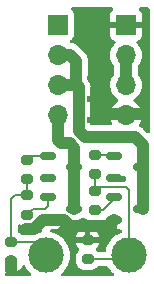
<source format=gbr>
%TF.GenerationSoftware,KiCad,Pcbnew,7.0.11*%
%TF.CreationDate,2025-12-11T10:01:47-05:00*%
%TF.ProjectId,clock_hbridge_fix,636c6f63-6b5f-4686-9272-696467655f66,rev?*%
%TF.SameCoordinates,Original*%
%TF.FileFunction,Copper,L1,Top*%
%TF.FilePolarity,Positive*%
%FSLAX46Y46*%
G04 Gerber Fmt 4.6, Leading zero omitted, Abs format (unit mm)*
G04 Created by KiCad (PCBNEW 7.0.11) date 2025-12-11 10:01:47*
%MOMM*%
%LPD*%
G01*
G04 APERTURE LIST*
G04 Aperture macros list*
%AMRoundRect*
0 Rectangle with rounded corners*
0 $1 Rounding radius*
0 $2 $3 $4 $5 $6 $7 $8 $9 X,Y pos of 4 corners*
0 Add a 4 corners polygon primitive as box body*
4,1,4,$2,$3,$4,$5,$6,$7,$8,$9,$2,$3,0*
0 Add four circle primitives for the rounded corners*
1,1,$1+$1,$2,$3*
1,1,$1+$1,$4,$5*
1,1,$1+$1,$6,$7*
1,1,$1+$1,$8,$9*
0 Add four rect primitives between the rounded corners*
20,1,$1+$1,$2,$3,$4,$5,0*
20,1,$1+$1,$4,$5,$6,$7,0*
20,1,$1+$1,$6,$7,$8,$9,0*
20,1,$1+$1,$8,$9,$2,$3,0*%
G04 Aperture macros list end*
%TA.AperFunction,SMDPad,CuDef*%
%ADD10RoundRect,0.200000X0.275000X-0.200000X0.275000X0.200000X-0.275000X0.200000X-0.275000X-0.200000X0*%
%TD*%
%TA.AperFunction,SMDPad,CuDef*%
%ADD11C,3.000000*%
%TD*%
%TA.AperFunction,ComponentPad*%
%ADD12R,1.700000X1.700000*%
%TD*%
%TA.AperFunction,ComponentPad*%
%ADD13O,1.700000X1.700000*%
%TD*%
%TA.AperFunction,SMDPad,CuDef*%
%ADD14RoundRect,0.200000X-0.275000X0.200000X-0.275000X-0.200000X0.275000X-0.200000X0.275000X0.200000X0*%
%TD*%
%TA.AperFunction,SMDPad,CuDef*%
%ADD15RoundRect,0.150000X-0.512500X-0.150000X0.512500X-0.150000X0.512500X0.150000X-0.512500X0.150000X0*%
%TD*%
%TA.AperFunction,ViaPad*%
%ADD16C,0.600000*%
%TD*%
%TA.AperFunction,Conductor*%
%ADD17C,1.000000*%
%TD*%
%TA.AperFunction,Conductor*%
%ADD18C,0.200000*%
%TD*%
G04 APERTURE END LIST*
D10*
%TO.P,R5,1*%
%TO.N,Net-(Q4-B)*%
X19387500Y-34550000D03*
%TO.P,R5,2*%
%TO.N,HBRIDGE_B*%
X19387500Y-32900000D03*
%TD*%
D11*
%TO.P,TP2,1,1*%
%TO.N,HBRIDGE_B*%
X21000000Y-38000000D03*
%TD*%
%TO.P,TP1,1,1*%
%TO.N,HBRIDGE_A*%
X28000000Y-38000000D03*
%TD*%
D12*
%TO.P,J2,1,Pin_1*%
%TO.N,-BATT*%
X22000000Y-18460000D03*
D13*
%TO.P,J2,2,Pin_2*%
%TO.N,+BATT*%
X22000000Y-21000000D03*
%TO.P,J2,3,Pin_3*%
X22000000Y-23540000D03*
%TO.P,J2,4,Pin_4*%
%TO.N,-BATT*%
X22000000Y-26080000D03*
%TD*%
D12*
%TO.P,J1,1,Pin_1*%
%TO.N,GND*%
X27750000Y-18500000D03*
D13*
%TO.P,J1,2,Pin_2*%
%TO.N,+2V5*%
X27750000Y-21040000D03*
%TO.P,J1,3,Pin_3*%
X27750000Y-23580000D03*
%TO.P,J1,4,Pin_4*%
%TO.N,GND*%
X27750000Y-26120000D03*
%TD*%
D14*
%TO.P,R6,1*%
%TO.N,HBRIDGE_B*%
X18000000Y-36850000D03*
%TO.P,R6,2*%
%TO.N,GND*%
X18000000Y-38500000D03*
%TD*%
%TO.P,R4,1*%
%TO.N,Net-(Q3-B)*%
X19387500Y-29900000D03*
%TO.P,R4,2*%
%TO.N,HBRIDGE_B*%
X19387500Y-31550000D03*
%TD*%
%TO.P,R3,1*%
%TO.N,HBRIDGE_A*%
X25100000Y-32550000D03*
%TO.P,R3,2*%
%TO.N,Net-(Q2-B)*%
X25100000Y-34200000D03*
%TD*%
D10*
%TO.P,R2,1*%
%TO.N,HBRIDGE_A*%
X25100000Y-31125000D03*
%TO.P,R2,2*%
%TO.N,Net-(Q1-B)*%
X25100000Y-29475000D03*
%TD*%
%TO.P,R1,1*%
%TO.N,HBRIDGE_A*%
X24500000Y-38325000D03*
%TO.P,R1,2*%
%TO.N,GND*%
X24500000Y-36675000D03*
%TD*%
D15*
%TO.P,Q4,3,C*%
%TO.N,-BATT*%
X23387500Y-34050000D03*
%TO.P,Q4,2,E*%
%TO.N,GND*%
X21112500Y-35000000D03*
%TO.P,Q4,1,B*%
%TO.N,Net-(Q4-B)*%
X21112500Y-33100000D03*
%TD*%
%TO.P,Q3,1,B*%
%TO.N,Net-(Q3-B)*%
X21112500Y-29550000D03*
%TO.P,Q3,2,E*%
%TO.N,+2V5*%
X21112500Y-31450000D03*
%TO.P,Q3,3,C*%
%TO.N,-BATT*%
X23387500Y-30500000D03*
%TD*%
%TO.P,Q2,1,B*%
%TO.N,Net-(Q2-B)*%
X26750000Y-33100000D03*
%TO.P,Q2,2,E*%
%TO.N,GND*%
X26750000Y-35000000D03*
%TO.P,Q2,3,C*%
%TO.N,+BATT*%
X29025000Y-34050000D03*
%TD*%
%TO.P,Q1,1,B*%
%TO.N,Net-(Q1-B)*%
X26750000Y-29550000D03*
%TO.P,Q1,2,E*%
%TO.N,+2V5*%
X26750000Y-31450000D03*
%TO.P,Q1,3,C*%
%TO.N,+BATT*%
X29025000Y-30500000D03*
%TD*%
D16*
%TO.N,GND*%
X25000000Y-23000000D03*
X24750000Y-26500000D03*
X24750000Y-24750000D03*
X18000000Y-39250000D03*
X19250000Y-35750000D03*
X25250000Y-35250000D03*
X23000000Y-35500000D03*
X26000000Y-22250000D03*
X29250000Y-26000000D03*
X25750000Y-20000000D03*
X24750000Y-18750000D03*
%TO.N,+2V5*%
X21000000Y-31500000D03*
X27500000Y-31500000D03*
%TD*%
D17*
%TO.N,GND*%
X26750000Y-35000000D02*
X26250000Y-35500000D01*
X26250000Y-35500000D02*
X23000000Y-35500000D01*
X19250000Y-35750000D02*
X20000000Y-35750000D01*
X20000000Y-35750000D02*
X20750000Y-35000000D01*
X20750000Y-35000000D02*
X21112500Y-35000000D01*
X21112500Y-35000000D02*
X22500000Y-35000000D01*
X22500000Y-35000000D02*
X23000000Y-35500000D01*
X29250000Y-26000000D02*
X26000000Y-26000000D01*
X26000000Y-26000000D02*
X26000000Y-24000000D01*
X26000000Y-24000000D02*
X25000000Y-23000000D01*
X25000000Y-23000000D02*
X25787500Y-22462500D01*
%TO.N,+BATT*%
X23750000Y-27500000D02*
X23750000Y-23750000D01*
X29162500Y-28662500D02*
X28500000Y-28000000D01*
X29162500Y-34050000D02*
X29162500Y-28662500D01*
X28500000Y-28000000D02*
X24250000Y-28000000D01*
X24250000Y-28000000D02*
X23750000Y-27500000D01*
X23750000Y-23750000D02*
X23540000Y-23540000D01*
X23540000Y-23540000D02*
X23540000Y-21540000D01*
X23000000Y-21000000D02*
X22000000Y-21000000D01*
X23540000Y-21540000D02*
X23000000Y-21000000D01*
%TO.N,-BATT*%
X23387500Y-34050000D02*
X23387500Y-28887500D01*
X23387500Y-28887500D02*
X23000000Y-28500000D01*
X23000000Y-28500000D02*
X22250000Y-28500000D01*
X22250000Y-28500000D02*
X22000000Y-28250000D01*
X22000000Y-28250000D02*
X22000000Y-26080000D01*
%TO.N,GND*%
X18000000Y-38500000D02*
X18000000Y-39250000D01*
X25787500Y-22462500D02*
X26000000Y-22250000D01*
D18*
%TO.N,HBRIDGE_A*%
X28000000Y-38000000D02*
X28000000Y-32500000D01*
X28000000Y-32500000D02*
X27750000Y-32250000D01*
X27750000Y-32250000D02*
X25437500Y-32250000D01*
X25437500Y-32250000D02*
X25137500Y-32550000D01*
X24500000Y-38325000D02*
X27675000Y-38325000D01*
X27675000Y-38325000D02*
X28000000Y-38000000D01*
%TO.N,Net-(Q3-B)*%
X21112500Y-29550000D02*
X19737500Y-29550000D01*
X19737500Y-29550000D02*
X19387500Y-29900000D01*
%TO.N,HBRIDGE_B*%
X18000000Y-36850000D02*
X18000000Y-33250000D01*
X18000000Y-33250000D02*
X18350000Y-32900000D01*
X18350000Y-32900000D02*
X19387500Y-32900000D01*
X18000000Y-36850000D02*
X19850000Y-36850000D01*
X19850000Y-36850000D02*
X21000000Y-38000000D01*
%TO.N,Net-(Q1-B)*%
X25137500Y-29475000D02*
X26812500Y-29475000D01*
X26812500Y-29475000D02*
X26887500Y-29550000D01*
D17*
%TO.N,+BATT*%
X23540000Y-23540000D02*
X22000000Y-23540000D01*
%TO.N,+2V5*%
X27750000Y-21040000D02*
X27750000Y-23580000D01*
D18*
%TO.N,Net-(Q4-B)*%
X19387500Y-34550000D02*
X19887500Y-34050000D01*
X19887500Y-34050000D02*
X20887500Y-34050000D01*
X21112500Y-33825000D02*
X21112500Y-33100000D01*
X20887500Y-34050000D02*
X21112500Y-33825000D01*
%TO.N,HBRIDGE_B*%
X19387500Y-31550000D02*
X19387500Y-32900000D01*
%TO.N,Net-(Q2-B)*%
X25137500Y-34200000D02*
X25787500Y-34200000D01*
X25787500Y-34200000D02*
X26887500Y-33100000D01*
%TO.N,HBRIDGE_A*%
X25137500Y-31125000D02*
X25137500Y-32550000D01*
%TD*%
%TA.AperFunction,Conductor*%
%TO.N,GND*%
G36*
X18193039Y-38269685D02*
G01*
X18238794Y-38322489D01*
X18250000Y-38374000D01*
X18250000Y-39399999D01*
X18331581Y-39399999D01*
X18402102Y-39393591D01*
X18402107Y-39393590D01*
X18564396Y-39343018D01*
X18709877Y-39255072D01*
X18830072Y-39134877D01*
X18918019Y-38989396D01*
X18955588Y-38868833D01*
X18994325Y-38810685D01*
X19058350Y-38782711D01*
X19127336Y-38793793D01*
X19179379Y-38840411D01*
X19182805Y-38846296D01*
X19312770Y-39084309D01*
X19312775Y-39084317D01*
X19484254Y-39313387D01*
X19484270Y-39313405D01*
X19686594Y-39515729D01*
X19686603Y-39515737D01*
X19686605Y-39515739D01*
X19700624Y-39526233D01*
X19742494Y-39582165D01*
X19747479Y-39651857D01*
X19713995Y-39713180D01*
X19652672Y-39746666D01*
X19626313Y-39749500D01*
X17624500Y-39749500D01*
X17557461Y-39729815D01*
X17511706Y-39677011D01*
X17500500Y-39625500D01*
X17500500Y-39520519D01*
X17520185Y-39453480D01*
X17572989Y-39407725D01*
X17635725Y-39397028D01*
X17668421Y-39399999D01*
X17749999Y-39399998D01*
X17750000Y-39399998D01*
X17750000Y-38374000D01*
X17769685Y-38306961D01*
X17822489Y-38261206D01*
X17874000Y-38250000D01*
X18126000Y-38250000D01*
X18193039Y-38269685D01*
G37*
%TD.AperFunction*%
%TA.AperFunction,Conductor*%
G36*
X22426352Y-34690129D02*
G01*
X22466012Y-34714530D01*
X22466969Y-34713298D01*
X22473132Y-34718078D01*
X22473135Y-34718081D01*
X22614602Y-34801744D01*
X22632559Y-34806961D01*
X22767322Y-34846114D01*
X22808624Y-34867131D01*
X22855542Y-34903448D01*
X23038229Y-34993060D01*
X23235215Y-35044063D01*
X23438436Y-35054369D01*
X23639571Y-35023556D01*
X23830387Y-34952886D01*
X23981919Y-34858434D01*
X24012908Y-34844593D01*
X24148626Y-34805164D01*
X24218494Y-34805363D01*
X24270901Y-34836559D01*
X24389811Y-34955469D01*
X24389813Y-34955470D01*
X24389815Y-34955472D01*
X24535394Y-35043478D01*
X24697804Y-35094086D01*
X24768384Y-35100500D01*
X24768387Y-35100500D01*
X25431608Y-35100500D01*
X25431616Y-35100500D01*
X25452435Y-35098607D01*
X25520977Y-35112141D01*
X25571325Y-35160586D01*
X25586456Y-35213282D01*
X25587309Y-35213215D01*
X25590399Y-35252489D01*
X25590400Y-35252495D01*
X25636216Y-35410193D01*
X25636217Y-35410196D01*
X25719814Y-35551552D01*
X25719821Y-35551561D01*
X25835938Y-35667678D01*
X25835947Y-35667685D01*
X25977303Y-35751282D01*
X25977306Y-35751283D01*
X26135004Y-35797099D01*
X26135010Y-35797100D01*
X26171850Y-35799999D01*
X26171866Y-35800000D01*
X26500000Y-35800000D01*
X26500000Y-34874000D01*
X26519685Y-34806961D01*
X26572489Y-34761206D01*
X26624000Y-34750000D01*
X26876000Y-34750000D01*
X26943039Y-34769685D01*
X26988794Y-34822489D01*
X27000000Y-34874000D01*
X27000000Y-35800000D01*
X27275500Y-35800000D01*
X27342539Y-35819685D01*
X27388294Y-35872489D01*
X27399500Y-35924000D01*
X27399500Y-36002759D01*
X27379815Y-36069798D01*
X27327011Y-36115553D01*
X27318834Y-36118940D01*
X27166845Y-36175630D01*
X27166833Y-36175635D01*
X26915690Y-36312770D01*
X26915682Y-36312775D01*
X26686612Y-36484254D01*
X26686594Y-36484270D01*
X26484270Y-36686594D01*
X26484254Y-36686612D01*
X26312775Y-36915682D01*
X26312770Y-36915690D01*
X26175635Y-37166833D01*
X26075628Y-37434962D01*
X26033884Y-37626858D01*
X26000399Y-37688181D01*
X25939076Y-37721666D01*
X25912718Y-37724500D01*
X25416520Y-37724500D01*
X25349481Y-37704815D01*
X25328839Y-37688181D01*
X25227984Y-37587326D01*
X25194499Y-37526003D01*
X25199483Y-37456311D01*
X25227985Y-37411963D01*
X25330071Y-37309878D01*
X25330072Y-37309877D01*
X25418019Y-37164395D01*
X25468590Y-37002106D01*
X25475000Y-36931572D01*
X25475000Y-36925000D01*
X23525001Y-36925000D01*
X23525001Y-36931582D01*
X23531408Y-37002102D01*
X23531409Y-37002107D01*
X23581981Y-37164396D01*
X23669927Y-37309877D01*
X23772015Y-37411965D01*
X23805500Y-37473288D01*
X23800516Y-37542980D01*
X23772015Y-37587327D01*
X23669531Y-37689810D01*
X23669530Y-37689811D01*
X23581522Y-37835393D01*
X23530913Y-37997807D01*
X23524500Y-38068386D01*
X23524500Y-38581613D01*
X23530913Y-38652192D01*
X23581522Y-38814606D01*
X23669530Y-38960188D01*
X23789811Y-39080469D01*
X23789813Y-39080470D01*
X23789815Y-39080472D01*
X23935394Y-39168478D01*
X24097804Y-39219086D01*
X24168384Y-39225500D01*
X24168387Y-39225500D01*
X24831613Y-39225500D01*
X24831616Y-39225500D01*
X24902196Y-39219086D01*
X25064606Y-39168478D01*
X25210185Y-39080472D01*
X25210189Y-39080468D01*
X25328839Y-38961819D01*
X25390162Y-38928334D01*
X25416520Y-38925500D01*
X26152482Y-38925500D01*
X26219521Y-38945185D01*
X26261314Y-38990074D01*
X26312767Y-39084304D01*
X26312775Y-39084317D01*
X26484254Y-39313387D01*
X26484270Y-39313405D01*
X26686594Y-39515729D01*
X26686603Y-39515737D01*
X26686605Y-39515739D01*
X26700624Y-39526233D01*
X26742494Y-39582165D01*
X26747479Y-39651857D01*
X26713995Y-39713180D01*
X26652672Y-39746666D01*
X26626313Y-39749500D01*
X22373687Y-39749500D01*
X22306648Y-39729815D01*
X22260893Y-39677011D01*
X22250949Y-39607853D01*
X22279974Y-39544297D01*
X22299372Y-39526235D01*
X22313395Y-39515739D01*
X22515739Y-39313395D01*
X22687226Y-39084315D01*
X22824367Y-38833161D01*
X22924369Y-38565046D01*
X22985196Y-38285428D01*
X23005610Y-38000000D01*
X22985196Y-37714572D01*
X22985020Y-37713765D01*
X22924371Y-37434962D01*
X22924370Y-37434960D01*
X22924369Y-37434954D01*
X22824367Y-37166839D01*
X22823032Y-37164395D01*
X22687229Y-36915690D01*
X22687224Y-36915682D01*
X22515745Y-36686612D01*
X22515729Y-36686594D01*
X22313405Y-36484270D01*
X22313387Y-36484254D01*
X22234233Y-36425000D01*
X23525000Y-36425000D01*
X24250000Y-36425000D01*
X24250000Y-35775000D01*
X24750000Y-35775000D01*
X24750000Y-36425000D01*
X25474999Y-36425000D01*
X25474999Y-36418417D01*
X25468591Y-36347897D01*
X25468590Y-36347892D01*
X25418018Y-36185603D01*
X25330072Y-36040122D01*
X25209877Y-35919927D01*
X25064395Y-35831980D01*
X25064396Y-35831980D01*
X24902105Y-35781409D01*
X24902106Y-35781409D01*
X24831572Y-35775000D01*
X24750000Y-35775000D01*
X24250000Y-35775000D01*
X24249999Y-35774999D01*
X24168417Y-35775000D01*
X24097897Y-35781408D01*
X24097892Y-35781409D01*
X23935603Y-35831981D01*
X23790122Y-35919927D01*
X23669927Y-36040122D01*
X23581980Y-36185604D01*
X23531409Y-36347893D01*
X23525000Y-36418427D01*
X23525000Y-36425000D01*
X22234233Y-36425000D01*
X22084317Y-36312775D01*
X22084309Y-36312770D01*
X21833166Y-36175635D01*
X21833167Y-36175635D01*
X21725915Y-36135632D01*
X21565046Y-36075631D01*
X21565043Y-36075630D01*
X21565037Y-36075628D01*
X21425003Y-36045166D01*
X21363680Y-36011681D01*
X21330195Y-35950358D01*
X21335179Y-35880666D01*
X21377051Y-35824733D01*
X21442515Y-35800316D01*
X21451361Y-35800000D01*
X21690634Y-35800000D01*
X21690649Y-35799999D01*
X21727489Y-35797100D01*
X21727495Y-35797099D01*
X21885193Y-35751283D01*
X21885196Y-35751282D01*
X22026552Y-35667685D01*
X22026561Y-35667678D01*
X22142678Y-35551561D01*
X22142685Y-35551552D01*
X22226281Y-35410198D01*
X22272100Y-35252486D01*
X22272295Y-35250001D01*
X22272295Y-35250000D01*
X20986500Y-35250000D01*
X20919461Y-35230315D01*
X20873706Y-35177511D01*
X20862500Y-35126000D01*
X20862500Y-34874000D01*
X20882185Y-34806961D01*
X20934989Y-34761206D01*
X20986500Y-34750000D01*
X22272294Y-34750000D01*
X22296557Y-34723752D01*
X22356518Y-34687885D01*
X22426352Y-34690129D01*
G37*
%TD.AperFunction*%
%TA.AperFunction,Conductor*%
G36*
X18788649Y-35372776D02*
G01*
X18822894Y-35393478D01*
X18985304Y-35444086D01*
X19055884Y-35450500D01*
X19055887Y-35450500D01*
X19719113Y-35450500D01*
X19719116Y-35450500D01*
X19789696Y-35444086D01*
X19889440Y-35413004D01*
X19959299Y-35411853D01*
X20018691Y-35448654D01*
X20033061Y-35468269D01*
X20082314Y-35551552D01*
X20082321Y-35551561D01*
X20198438Y-35667678D01*
X20198447Y-35667685D01*
X20339803Y-35751282D01*
X20339806Y-35751283D01*
X20497504Y-35797099D01*
X20497510Y-35797100D01*
X20534350Y-35799999D01*
X20534366Y-35800000D01*
X20548639Y-35800000D01*
X20615678Y-35819685D01*
X20661433Y-35872489D01*
X20671377Y-35941647D01*
X20642352Y-36005203D01*
X20583574Y-36042977D01*
X20574997Y-36045166D01*
X20434962Y-36075628D01*
X20166835Y-36175634D01*
X20039440Y-36245197D01*
X19971167Y-36260048D01*
X19963830Y-36259303D01*
X19889362Y-36249500D01*
X19889361Y-36249500D01*
X19850000Y-36244318D01*
X19818697Y-36248439D01*
X19802513Y-36249500D01*
X18916520Y-36249500D01*
X18849481Y-36229815D01*
X18828839Y-36213181D01*
X18710188Y-36094530D01*
X18660348Y-36064400D01*
X18613162Y-36012871D01*
X18600500Y-35958284D01*
X18600500Y-35478893D01*
X18620185Y-35411854D01*
X18672989Y-35366099D01*
X18742147Y-35356155D01*
X18788649Y-35372776D01*
G37*
%TD.AperFunction*%
%TA.AperFunction,Conductor*%
G36*
X29692539Y-17020185D02*
G01*
X29738294Y-17072989D01*
X29749500Y-17124500D01*
X29749500Y-27535217D01*
X29729815Y-27602256D01*
X29677011Y-27648011D01*
X29607853Y-27657955D01*
X29544297Y-27628930D01*
X29537819Y-27622898D01*
X29217566Y-27302646D01*
X29215373Y-27300397D01*
X29155061Y-27236949D01*
X29155060Y-27236948D01*
X29155059Y-27236947D01*
X29106640Y-27203246D01*
X29099120Y-27197575D01*
X29053413Y-27160305D01*
X29053406Y-27160301D01*
X29026441Y-27146216D01*
X29013026Y-27138089D01*
X28988049Y-27120705D01*
X28988046Y-27120703D01*
X28988045Y-27120703D01*
X28988041Y-27120701D01*
X28933845Y-27097443D01*
X28925337Y-27093403D01*
X28897550Y-27078889D01*
X28847241Y-27030403D01*
X28831133Y-26962416D01*
X28853385Y-26897855D01*
X28923596Y-26797585D01*
X28923599Y-26797579D01*
X29023429Y-26583492D01*
X29023432Y-26583486D01*
X29080636Y-26370000D01*
X28183686Y-26370000D01*
X28209493Y-26329844D01*
X28250000Y-26191889D01*
X28250000Y-26048111D01*
X28209493Y-25910156D01*
X28183686Y-25870000D01*
X29080636Y-25870000D01*
X29080635Y-25869999D01*
X29023432Y-25656513D01*
X29023429Y-25656507D01*
X28923600Y-25442422D01*
X28923599Y-25442420D01*
X28788113Y-25248926D01*
X28788108Y-25248920D01*
X28621078Y-25081890D01*
X28435405Y-24951879D01*
X28391780Y-24897302D01*
X28384588Y-24827804D01*
X28416110Y-24765449D01*
X28435406Y-24748730D01*
X28621401Y-24618495D01*
X28788495Y-24451401D01*
X28924035Y-24257830D01*
X29023903Y-24043663D01*
X29085063Y-23815408D01*
X29105659Y-23580000D01*
X29085063Y-23344592D01*
X29023903Y-23116337D01*
X28924035Y-22902171D01*
X28896026Y-22862169D01*
X28788494Y-22708597D01*
X28786819Y-22706922D01*
X28786315Y-22706000D01*
X28785014Y-22704449D01*
X28785325Y-22704187D01*
X28753334Y-22645599D01*
X28750500Y-22619241D01*
X28750500Y-22000758D01*
X28770185Y-21933719D01*
X28786819Y-21913077D01*
X28788495Y-21911401D01*
X28924035Y-21717830D01*
X29023903Y-21503663D01*
X29085063Y-21275408D01*
X29105659Y-21040000D01*
X29085063Y-20804592D01*
X29023903Y-20576337D01*
X28924035Y-20362171D01*
X28896025Y-20322169D01*
X28788496Y-20168600D01*
X28740597Y-20120701D01*
X28666179Y-20046283D01*
X28632696Y-19984963D01*
X28637680Y-19915271D01*
X28679551Y-19859337D01*
X28710529Y-19842422D01*
X28842086Y-19793354D01*
X28842093Y-19793350D01*
X28957187Y-19707190D01*
X28957190Y-19707187D01*
X29043350Y-19592093D01*
X29043354Y-19592086D01*
X29093596Y-19457379D01*
X29093598Y-19457372D01*
X29099999Y-19397844D01*
X29100000Y-19397827D01*
X29100000Y-18750000D01*
X28183686Y-18750000D01*
X28209493Y-18709844D01*
X28250000Y-18571889D01*
X28250000Y-18428111D01*
X28209493Y-18290156D01*
X28183686Y-18250000D01*
X29100000Y-18250000D01*
X29100000Y-17602172D01*
X29099999Y-17602155D01*
X29093598Y-17542627D01*
X29093596Y-17542620D01*
X29043354Y-17407913D01*
X29043350Y-17407906D01*
X28957190Y-17292812D01*
X28957187Y-17292809D01*
X28864958Y-17223766D01*
X28823087Y-17167832D01*
X28818103Y-17098141D01*
X28851589Y-17036818D01*
X28912912Y-17003334D01*
X28939269Y-17000500D01*
X29625500Y-17000500D01*
X29692539Y-17020185D01*
G37*
%TD.AperFunction*%
%TA.AperFunction,Conductor*%
G36*
X26627770Y-17020185D02*
G01*
X26673525Y-17072989D01*
X26683469Y-17142147D01*
X26654444Y-17205703D01*
X26635042Y-17223766D01*
X26542812Y-17292809D01*
X26542809Y-17292812D01*
X26456649Y-17407906D01*
X26456645Y-17407913D01*
X26406403Y-17542620D01*
X26406401Y-17542627D01*
X26400000Y-17602155D01*
X26400000Y-18250000D01*
X27316314Y-18250000D01*
X27290507Y-18290156D01*
X27250000Y-18428111D01*
X27250000Y-18571889D01*
X27290507Y-18709844D01*
X27316314Y-18750000D01*
X26400000Y-18750000D01*
X26400000Y-19397844D01*
X26406401Y-19457372D01*
X26406403Y-19457379D01*
X26456645Y-19592086D01*
X26456649Y-19592093D01*
X26542809Y-19707187D01*
X26542812Y-19707190D01*
X26657906Y-19793350D01*
X26657913Y-19793354D01*
X26789470Y-19842421D01*
X26845403Y-19884292D01*
X26869821Y-19949756D01*
X26854970Y-20018029D01*
X26833819Y-20046284D01*
X26711503Y-20168600D01*
X26575965Y-20362169D01*
X26575964Y-20362171D01*
X26476098Y-20576335D01*
X26476094Y-20576344D01*
X26414938Y-20804586D01*
X26414936Y-20804596D01*
X26394341Y-21039999D01*
X26394341Y-21040000D01*
X26414936Y-21275403D01*
X26414938Y-21275413D01*
X26476094Y-21503655D01*
X26476096Y-21503659D01*
X26476097Y-21503663D01*
X26557313Y-21677830D01*
X26575965Y-21717830D01*
X26575967Y-21717834D01*
X26711501Y-21911395D01*
X26711506Y-21911402D01*
X26713181Y-21913077D01*
X26713682Y-21913995D01*
X26714982Y-21915544D01*
X26714670Y-21915805D01*
X26746666Y-21974400D01*
X26749500Y-22000758D01*
X26749500Y-22619241D01*
X26729815Y-22686280D01*
X26713181Y-22706922D01*
X26711505Y-22708597D01*
X26575965Y-22902169D01*
X26575964Y-22902171D01*
X26476098Y-23116335D01*
X26476094Y-23116344D01*
X26414938Y-23344586D01*
X26414936Y-23344596D01*
X26394341Y-23579999D01*
X26394341Y-23580000D01*
X26414936Y-23815403D01*
X26414938Y-23815413D01*
X26476094Y-24043655D01*
X26476096Y-24043659D01*
X26476097Y-24043663D01*
X26557313Y-24217830D01*
X26575965Y-24257830D01*
X26575967Y-24257834D01*
X26711501Y-24451395D01*
X26711506Y-24451402D01*
X26878597Y-24618493D01*
X26878603Y-24618498D01*
X27064594Y-24748730D01*
X27108219Y-24803307D01*
X27115413Y-24872805D01*
X27083890Y-24935160D01*
X27064595Y-24951880D01*
X26878922Y-25081890D01*
X26878920Y-25081891D01*
X26711891Y-25248920D01*
X26711886Y-25248926D01*
X26576400Y-25442420D01*
X26576399Y-25442422D01*
X26476570Y-25656507D01*
X26476567Y-25656513D01*
X26419364Y-25869999D01*
X26419364Y-25870000D01*
X27316314Y-25870000D01*
X27290507Y-25910156D01*
X27250000Y-26048111D01*
X27250000Y-26191889D01*
X27290507Y-26329844D01*
X27316314Y-26370000D01*
X26419364Y-26370000D01*
X26476567Y-26583486D01*
X26476570Y-26583492D01*
X26576400Y-26797579D01*
X26581159Y-26804375D01*
X26603487Y-26870581D01*
X26586478Y-26938348D01*
X26535531Y-26986162D01*
X26479585Y-26999500D01*
X24874500Y-26999500D01*
X24807461Y-26979815D01*
X24761706Y-26927011D01*
X24750500Y-26875500D01*
X24750500Y-23764277D01*
X24750540Y-23761135D01*
X24752757Y-23673641D01*
X24752756Y-23673640D01*
X24752757Y-23673637D01*
X24742349Y-23615573D01*
X24741041Y-23606242D01*
X24735074Y-23547562D01*
X24732701Y-23539999D01*
X24725963Y-23518524D01*
X24722226Y-23503301D01*
X24716858Y-23473347D01*
X24694966Y-23418541D01*
X24691821Y-23409706D01*
X24682700Y-23380634D01*
X24674161Y-23353416D01*
X24674160Y-23353414D01*
X24674159Y-23353412D01*
X24659397Y-23326817D01*
X24652663Y-23312636D01*
X24641380Y-23284388D01*
X24641378Y-23284383D01*
X24608914Y-23235126D01*
X24604040Y-23227082D01*
X24575409Y-23175498D01*
X24570408Y-23169673D01*
X24541681Y-23105983D01*
X24540500Y-23088909D01*
X24540500Y-21554237D01*
X24540540Y-21551095D01*
X24542756Y-21463642D01*
X24542755Y-21463641D01*
X24542756Y-21463636D01*
X24532345Y-21405554D01*
X24531042Y-21396260D01*
X24525074Y-21337562D01*
X24523396Y-21332214D01*
X24515967Y-21308536D01*
X24512224Y-21293287D01*
X24506858Y-21263348D01*
X24484976Y-21208567D01*
X24481822Y-21199709D01*
X24464159Y-21143412D01*
X24464158Y-21143411D01*
X24464157Y-21143406D01*
X24449396Y-21116814D01*
X24442659Y-21102629D01*
X24431378Y-21074385D01*
X24431375Y-21074380D01*
X24398918Y-21025131D01*
X24394036Y-21017074D01*
X24384559Y-21000000D01*
X24365409Y-20965498D01*
X24345588Y-20942410D01*
X24336144Y-20929885D01*
X24319402Y-20904481D01*
X24277699Y-20862778D01*
X24271294Y-20855868D01*
X24232867Y-20811106D01*
X24208804Y-20792479D01*
X24197027Y-20782106D01*
X23717565Y-20302644D01*
X23715372Y-20300395D01*
X23655064Y-20236951D01*
X23655060Y-20236948D01*
X23655059Y-20236947D01*
X23606640Y-20203246D01*
X23599120Y-20197575D01*
X23553413Y-20160305D01*
X23553406Y-20160301D01*
X23526441Y-20146216D01*
X23513026Y-20138089D01*
X23488049Y-20120705D01*
X23488046Y-20120703D01*
X23488045Y-20120703D01*
X23488041Y-20120701D01*
X23433845Y-20097443D01*
X23425336Y-20093402D01*
X23373057Y-20066094D01*
X23373046Y-20066090D01*
X23343806Y-20057723D01*
X23329021Y-20052459D01*
X23301058Y-20040459D01*
X23243273Y-20028583D01*
X23234127Y-20026338D01*
X23177423Y-20010113D01*
X23153699Y-20008306D01*
X23147072Y-20007801D01*
X23131533Y-20005622D01*
X23095581Y-19998234D01*
X23096038Y-19996005D01*
X23040866Y-19973526D01*
X23000686Y-19916366D01*
X22997787Y-19846557D01*
X23033090Y-19786262D01*
X23074779Y-19760343D01*
X23092326Y-19753798D01*
X23092326Y-19753797D01*
X23092331Y-19753796D01*
X23207546Y-19667546D01*
X23293796Y-19552331D01*
X23344091Y-19417483D01*
X23350500Y-19357873D01*
X23350499Y-17562128D01*
X23344091Y-17502517D01*
X23308803Y-17407906D01*
X23293797Y-17367671D01*
X23293793Y-17367664D01*
X23207547Y-17252455D01*
X23169224Y-17223766D01*
X23127354Y-17167832D01*
X23122370Y-17098140D01*
X23155856Y-17036818D01*
X23217180Y-17003333D01*
X23243536Y-17000500D01*
X26560731Y-17000500D01*
X26627770Y-17020185D01*
G37*
%TD.AperFunction*%
%TD*%
M02*

</source>
